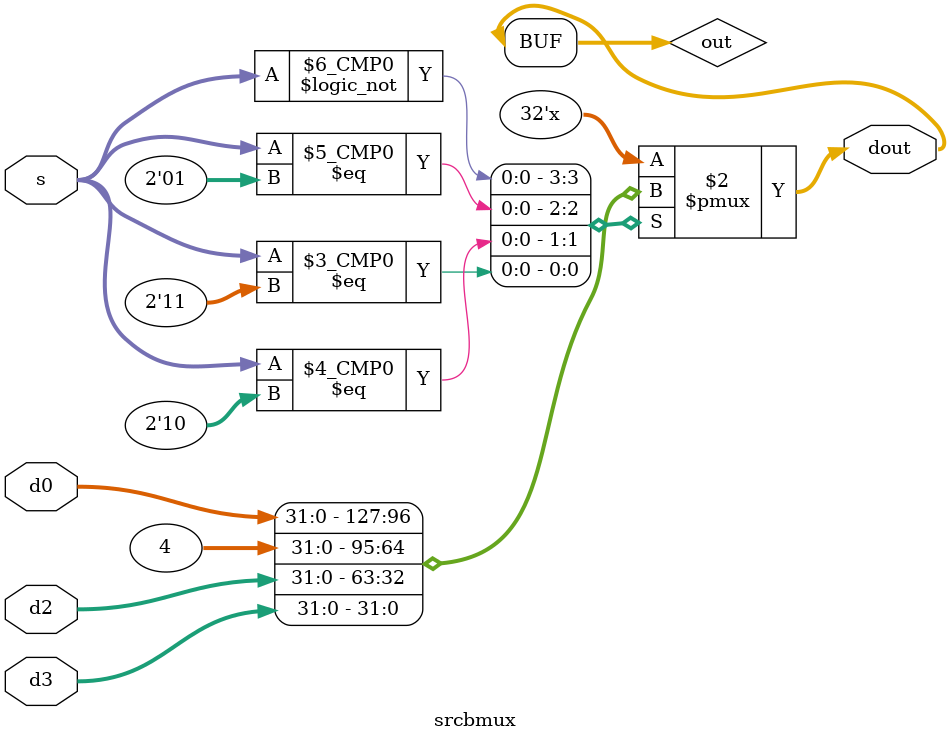
<source format=v>
module srcbmux(d0, d2, d3, s, dout);

input [31:0] d0, d2, d3;
input [1:0] s;
output [31:0] dout;

reg [31:0] out;
assign dout = out;

always @(d0 or d2 or d3 or s) begin
    case(s)
        2'b00:
            out = d0;
        2'b01:
            out = 4;
        2'b10:
            out = d2;
        2'b11:
            out = d3;
        default: out = d0;
    endcase
end

endmodule
</source>
